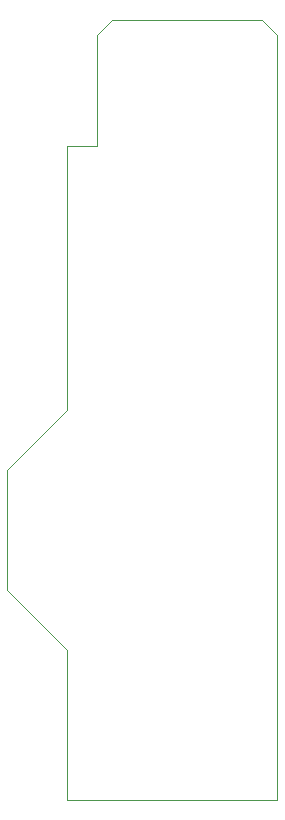
<source format=gm1>
G04 #@! TF.FileFunction,Profile,NP*
%FSLAX46Y46*%
G04 Gerber Fmt 4.6, Leading zero omitted, Abs format (unit mm)*
G04 Created by KiCad (PCBNEW 4.0.7-e2-6376~61~ubuntu18.04.1) date Tue Jan 21 21:21:50 2020*
%MOMM*%
%LPD*%
G01*
G04 APERTURE LIST*
%ADD10C,0.100000*%
G04 APERTURE END LIST*
D10*
X165100000Y-137160000D02*
X147320000Y-137160000D01*
X165100000Y-72390000D02*
X165100000Y-81788000D01*
X165100000Y-81788000D02*
X165100000Y-137160000D01*
X147320000Y-81788000D02*
X147320000Y-104140000D01*
X149860000Y-81788000D02*
X147320000Y-81788000D01*
X149860000Y-76200000D02*
X149860000Y-81788000D01*
X147320000Y-124460000D02*
X147320000Y-137160000D01*
X149860000Y-72390000D02*
X149860000Y-76200000D01*
X163830000Y-71120000D02*
X165100000Y-72390000D01*
X151130000Y-71120000D02*
X149860000Y-72390000D01*
X163830000Y-71120000D02*
X151130000Y-71120000D01*
X142240000Y-109220000D02*
X147320000Y-104140000D01*
X142240000Y-119380000D02*
X147320000Y-124460000D01*
X142240000Y-109220000D02*
X142240000Y-119380000D01*
M02*

</source>
